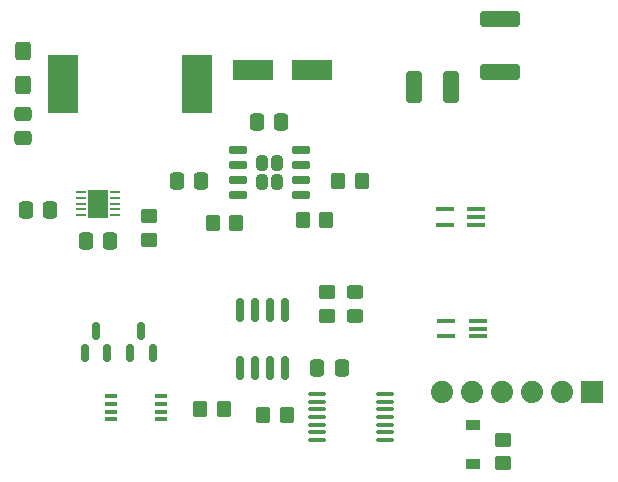
<source format=gbr>
%TF.GenerationSoftware,KiCad,Pcbnew,6.0.11-2627ca5db0~126~ubuntu22.04.1*%
%TF.CreationDate,2023-02-18T04:23:51-05:00*%
%TF.ProjectId,lin-flow-sensor,6c696e2d-666c-46f7-972d-73656e736f72,1.0*%
%TF.SameCoordinates,Original*%
%TF.FileFunction,Paste,Top*%
%TF.FilePolarity,Positive*%
%FSLAX46Y46*%
G04 Gerber Fmt 4.6, Leading zero omitted, Abs format (unit mm)*
G04 Created by KiCad (PCBNEW 6.0.11-2627ca5db0~126~ubuntu22.04.1) date 2023-02-18 04:23:51*
%MOMM*%
%LPD*%
G01*
G04 APERTURE LIST*
G04 Aperture macros list*
%AMRoundRect*
0 Rectangle with rounded corners*
0 $1 Rounding radius*
0 $2 $3 $4 $5 $6 $7 $8 $9 X,Y pos of 4 corners*
0 Add a 4 corners polygon primitive as box body*
4,1,4,$2,$3,$4,$5,$6,$7,$8,$9,$2,$3,0*
0 Add four circle primitives for the rounded corners*
1,1,$1+$1,$2,$3*
1,1,$1+$1,$4,$5*
1,1,$1+$1,$6,$7*
1,1,$1+$1,$8,$9*
0 Add four rect primitives between the rounded corners*
20,1,$1+$1,$2,$3,$4,$5,0*
20,1,$1+$1,$4,$5,$6,$7,0*
20,1,$1+$1,$6,$7,$8,$9,0*
20,1,$1+$1,$8,$9,$2,$3,0*%
G04 Aperture macros list end*
%ADD10RoundRect,0.250000X0.337500X0.475000X-0.337500X0.475000X-0.337500X-0.475000X0.337500X-0.475000X0*%
%ADD11R,1.500000X0.400000*%
%ADD12RoundRect,0.250000X0.350000X0.450000X-0.350000X0.450000X-0.350000X-0.450000X0.350000X-0.450000X0*%
%ADD13RoundRect,0.250000X-0.475000X0.337500X-0.475000X-0.337500X0.475000X-0.337500X0.475000X0.337500X0*%
%ADD14RoundRect,0.250000X0.450000X-0.350000X0.450000X0.350000X-0.450000X0.350000X-0.450000X-0.350000X0*%
%ADD15RoundRect,0.250000X1.450000X-0.400000X1.450000X0.400000X-1.450000X0.400000X-1.450000X-0.400000X0*%
%ADD16R,3.500000X1.800000*%
%ADD17RoundRect,0.250000X0.425000X-0.537500X0.425000X0.537500X-0.425000X0.537500X-0.425000X-0.537500X0*%
%ADD18RoundRect,0.150000X0.150000X-0.825000X0.150000X0.825000X-0.150000X0.825000X-0.150000X-0.825000X0*%
%ADD19RoundRect,0.150000X0.150000X-0.587500X0.150000X0.587500X-0.150000X0.587500X-0.150000X-0.587500X0*%
%ADD20RoundRect,0.250000X-0.337500X-0.475000X0.337500X-0.475000X0.337500X0.475000X-0.337500X0.475000X0*%
%ADD21RoundRect,0.100000X-0.637500X-0.100000X0.637500X-0.100000X0.637500X0.100000X-0.637500X0.100000X0*%
%ADD22RoundRect,0.250000X0.412500X1.100000X-0.412500X1.100000X-0.412500X-1.100000X0.412500X-1.100000X0*%
%ADD23RoundRect,0.250000X-0.350000X-0.450000X0.350000X-0.450000X0.350000X0.450000X-0.350000X0.450000X0*%
%ADD24R,1.100000X0.400000*%
%ADD25R,2.590800X5.003800*%
%ADD26RoundRect,0.250000X0.450000X-0.325000X0.450000X0.325000X-0.450000X0.325000X-0.450000X-0.325000X0*%
%ADD27R,1.200000X0.900000*%
%ADD28RoundRect,0.242500X-0.242500X-0.402500X0.242500X-0.402500X0.242500X0.402500X-0.242500X0.402500X0*%
%ADD29RoundRect,0.150000X-0.650000X-0.150000X0.650000X-0.150000X0.650000X0.150000X-0.650000X0.150000X0*%
%ADD30R,0.812800X0.254000*%
%ADD31R,1.752600X2.489200*%
%ADD32R,1.879600X1.879600*%
%ADD33C,1.879600*%
G04 APERTURE END LIST*
D10*
%TO.C,C1*%
X205300000Y-89775000D03*
X203225000Y-89775000D03*
%TD*%
D11*
%TO.C,U7*%
X216830000Y-87100000D03*
X216830000Y-86450000D03*
X216830000Y-85800000D03*
X214170000Y-85800000D03*
X214170000Y-87100000D03*
%TD*%
%TO.C,U6*%
X216675000Y-77650000D03*
X216675000Y-77000000D03*
X216675000Y-76350000D03*
X214015000Y-76350000D03*
X214015000Y-77650000D03*
%TD*%
D12*
%TO.C,R13*%
X207000000Y-73900000D03*
X205000000Y-73900000D03*
%TD*%
D13*
%TO.C,C10*%
X178350000Y-68262500D03*
X178350000Y-70337500D03*
%TD*%
D14*
%TO.C,R6*%
X218925000Y-97850000D03*
X218925000Y-95850000D03*
%TD*%
D15*
%TO.C,F1*%
X218700000Y-64700000D03*
X218700000Y-60250000D03*
%TD*%
D16*
%TO.C,D3*%
X197800000Y-64500000D03*
X202800000Y-64500000D03*
%TD*%
D10*
%TO.C,C11*%
X180625000Y-76400000D03*
X178550000Y-76400000D03*
%TD*%
%TO.C,C5*%
X200200000Y-68900000D03*
X198125000Y-68900000D03*
%TD*%
D17*
%TO.C,C9*%
X178350000Y-65787500D03*
X178350000Y-62912500D03*
%TD*%
D18*
%TO.C,U1*%
X196670000Y-89800000D03*
X197940000Y-89800000D03*
X199210000Y-89800000D03*
X200480000Y-89800000D03*
X200480000Y-84850000D03*
X199210000Y-84850000D03*
X197940000Y-84850000D03*
X196670000Y-84850000D03*
%TD*%
D19*
%TO.C,Q1*%
X187400000Y-88475000D03*
X189300000Y-88475000D03*
X188350000Y-86600000D03*
%TD*%
D20*
%TO.C,C3*%
X183637500Y-78975000D03*
X185712500Y-78975000D03*
%TD*%
D21*
%TO.C,U2*%
X203237500Y-91975000D03*
X203237500Y-92625000D03*
X203237500Y-93275000D03*
X203237500Y-93925000D03*
X203237500Y-94575000D03*
X203237500Y-95225000D03*
X203237500Y-95875000D03*
X208962500Y-95875000D03*
X208962500Y-95225000D03*
X208962500Y-94575000D03*
X208962500Y-93925000D03*
X208962500Y-93275000D03*
X208962500Y-92625000D03*
X208962500Y-91975000D03*
%TD*%
D10*
%TO.C,C6*%
X193437500Y-73900000D03*
X191362500Y-73900000D03*
%TD*%
D22*
%TO.C,C4*%
X214525000Y-66000000D03*
X211400000Y-66000000D03*
%TD*%
D23*
%TO.C,R1*%
X193325000Y-93250000D03*
X195325000Y-93250000D03*
%TD*%
D14*
%TO.C,R5*%
X204025000Y-85350000D03*
X204025000Y-83350000D03*
%TD*%
D24*
%TO.C,U3*%
X185750000Y-92175000D03*
X185750000Y-92825000D03*
X185750000Y-93475000D03*
X185750000Y-94125000D03*
X190050000Y-94125000D03*
X190050000Y-93475000D03*
X190050000Y-92825000D03*
X190050000Y-92175000D03*
%TD*%
D23*
%TO.C,R17*%
X194400000Y-77500000D03*
X196400000Y-77500000D03*
%TD*%
D25*
%TO.C,L1*%
X193100000Y-65700000D03*
X181695400Y-65700000D03*
%TD*%
D14*
%TO.C,R11*%
X188975000Y-78900000D03*
X188975000Y-76900000D03*
%TD*%
D26*
%TO.C,D1*%
X206450000Y-85350000D03*
X206450000Y-83300000D03*
%TD*%
D27*
%TO.C,D2*%
X216400000Y-97875000D03*
X216400000Y-94575000D03*
%TD*%
D28*
%TO.C,U5*%
X198600000Y-72400000D03*
X198600000Y-74000000D03*
X199800000Y-74000000D03*
X199800000Y-72400000D03*
D29*
X196550000Y-71295000D03*
X196550000Y-72565000D03*
X196550000Y-73835000D03*
X196550000Y-75105000D03*
X201850000Y-75105000D03*
X201850000Y-73835000D03*
X201850000Y-72565000D03*
X201850000Y-71295000D03*
%TD*%
D30*
%TO.C,U4*%
X183252200Y-74849999D03*
X183252200Y-75350001D03*
X183252200Y-75850000D03*
X183252200Y-76349999D03*
X183252200Y-76850001D03*
X186147800Y-76850001D03*
X186147800Y-76349999D03*
X186147800Y-75850000D03*
X186147800Y-75350001D03*
X186147800Y-74849999D03*
D31*
X184700000Y-75850000D03*
%TD*%
D19*
%TO.C,Q2*%
X183550000Y-88525000D03*
X185450000Y-88525000D03*
X184500000Y-86650000D03*
%TD*%
D23*
%TO.C,R15*%
X202000000Y-77200000D03*
X204000000Y-77200000D03*
%TD*%
%TO.C,R2*%
X198675000Y-93775000D03*
X200675000Y-93775000D03*
%TD*%
D32*
%TO.C,J1*%
X226520000Y-91800000D03*
D33*
X223980000Y-91800000D03*
X221440000Y-91800000D03*
X218900000Y-91800000D03*
X216360000Y-91800000D03*
X213820000Y-91800000D03*
%TD*%
M02*

</source>
